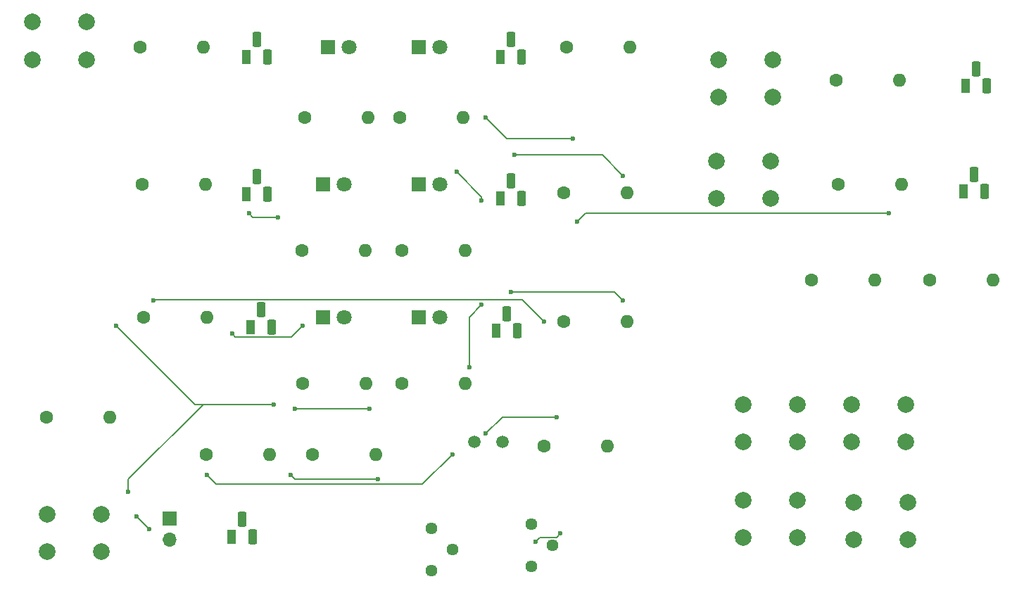
<source format=gbr>
%TF.GenerationSoftware,KiCad,Pcbnew,8.0.8*%
%TF.CreationDate,2025-07-02T05:08:29+01:00*%
%TF.ProjectId,Solder,536f6c64-6572-42e6-9b69-6361645f7063,rev?*%
%TF.SameCoordinates,Original*%
%TF.FileFunction,Copper,L2,Bot*%
%TF.FilePolarity,Positive*%
%FSLAX46Y46*%
G04 Gerber Fmt 4.6, Leading zero omitted, Abs format (unit mm)*
G04 Created by KiCad (PCBNEW 8.0.8) date 2025-07-02 05:08:29*
%MOMM*%
%LPD*%
G01*
G04 APERTURE LIST*
G04 Aperture macros list*
%AMRoundRect*
0 Rectangle with rounded corners*
0 $1 Rounding radius*
0 $2 $3 $4 $5 $6 $7 $8 $9 X,Y pos of 4 corners*
0 Add a 4 corners polygon primitive as box body*
4,1,4,$2,$3,$4,$5,$6,$7,$8,$9,$2,$3,0*
0 Add four circle primitives for the rounded corners*
1,1,$1+$1,$2,$3*
1,1,$1+$1,$4,$5*
1,1,$1+$1,$6,$7*
1,1,$1+$1,$8,$9*
0 Add four rect primitives between the rounded corners*
20,1,$1+$1,$2,$3,$4,$5,0*
20,1,$1+$1,$4,$5,$6,$7,0*
20,1,$1+$1,$6,$7,$8,$9,0*
20,1,$1+$1,$8,$9,$2,$3,0*%
G04 Aperture macros list end*
%TA.AperFunction,ComponentPad*%
%ADD10C,2.000000*%
%TD*%
%TA.AperFunction,ComponentPad*%
%ADD11C,1.440000*%
%TD*%
%TA.AperFunction,ComponentPad*%
%ADD12C,1.600000*%
%TD*%
%TA.AperFunction,ComponentPad*%
%ADD13O,1.600000X1.600000*%
%TD*%
%TA.AperFunction,ComponentPad*%
%ADD14C,1.500000*%
%TD*%
%TA.AperFunction,ComponentPad*%
%ADD15R,1.100000X1.800000*%
%TD*%
%TA.AperFunction,ComponentPad*%
%ADD16RoundRect,0.275000X-0.275000X-0.625000X0.275000X-0.625000X0.275000X0.625000X-0.275000X0.625000X0*%
%TD*%
%TA.AperFunction,ComponentPad*%
%ADD17R,1.700000X1.700000*%
%TD*%
%TA.AperFunction,ComponentPad*%
%ADD18O,1.700000X1.700000*%
%TD*%
%TA.AperFunction,ComponentPad*%
%ADD19R,1.800000X1.800000*%
%TD*%
%TA.AperFunction,ComponentPad*%
%ADD20C,1.800000*%
%TD*%
%TA.AperFunction,ViaPad*%
%ADD21C,0.600000*%
%TD*%
%TA.AperFunction,Conductor*%
%ADD22C,0.200000*%
%TD*%
G04 APERTURE END LIST*
D10*
%TO.P,SW8,1,1*%
%TO.N,unconnected-(SW8-Pad1)*%
X137750000Y-117250000D03*
X144250000Y-117250000D03*
%TO.P,SW8,2,2*%
%TO.N,unconnected-(SW8-Pad2)*%
X137750000Y-121750000D03*
X144250000Y-121750000D03*
%TD*%
%TO.P,SW7,1,1*%
%TO.N,unconnected-(SW7-Pad1)*%
X124500000Y-117000000D03*
X131000000Y-117000000D03*
%TO.P,SW7,2,2*%
%TO.N,unconnected-(SW7-Pad2)*%
X124500000Y-121500000D03*
X131000000Y-121500000D03*
%TD*%
%TO.P,SW6,1,1*%
%TO.N,unconnected-(SW6-Pad1)*%
X137500000Y-105500000D03*
X144000000Y-105500000D03*
%TO.P,SW6,2,2*%
%TO.N,unconnected-(SW6-Pad2)*%
X137500000Y-110000000D03*
X144000000Y-110000000D03*
%TD*%
%TO.P,SW5,1,1*%
%TO.N,unconnected-(SW5-Pad1)*%
X124500000Y-105500000D03*
X131000000Y-105500000D03*
%TO.P,SW5,2,2*%
%TO.N,unconnected-(SW5-Pad2)*%
X124500000Y-110000000D03*
X131000000Y-110000000D03*
%TD*%
%TO.P,SW4,1,1*%
%TO.N,+5V*%
X121250000Y-76250000D03*
X127750000Y-76250000D03*
%TO.P,SW4,2,2*%
%TO.N,Net-(R35-Pad1)*%
X121250000Y-80750000D03*
X127750000Y-80750000D03*
%TD*%
%TO.P,SW3,1,1*%
%TO.N,+5V*%
X121500000Y-64000000D03*
X128000000Y-64000000D03*
%TO.P,SW3,2,2*%
%TO.N,Net-(R34-Pad1)*%
X121500000Y-68500000D03*
X128000000Y-68500000D03*
%TD*%
%TO.P,SW2,1,1*%
%TO.N,+5V*%
X40750000Y-118750000D03*
X47250000Y-118750000D03*
%TO.P,SW2,2,2*%
%TO.N,Net-(R31-Pad1)*%
X40750000Y-123250000D03*
X47250000Y-123250000D03*
%TD*%
%TO.P,SW1,1,1*%
%TO.N,+5V*%
X39000000Y-59500000D03*
X45500000Y-59500000D03*
%TO.P,SW1,2,2*%
%TO.N,Net-(Q17-C)*%
X39000000Y-64000000D03*
X45500000Y-64000000D03*
%TD*%
D11*
%TO.P,RV2,1,1*%
%TO.N,GND*%
X99000000Y-125000000D03*
%TO.P,RV2,2,2*%
%TO.N,+5V*%
X101540000Y-122460000D03*
%TO.P,RV2,3,3*%
X99000000Y-119920000D03*
%TD*%
%TO.P,RV1,1,1*%
%TO.N,GND*%
X86960000Y-125540000D03*
%TO.P,RV1,2,2*%
%TO.N,+5V*%
X89500000Y-123000000D03*
%TO.P,RV1,3,3*%
X86960000Y-120460000D03*
%TD*%
D12*
%TO.P,R37,1*%
%TO.N,GND*%
X146880000Y-90500000D03*
D13*
%TO.P,R37,2*%
%TO.N,Net-(Q16-B)*%
X154500000Y-90500000D03*
%TD*%
D12*
%TO.P,R36,1*%
%TO.N,GND*%
X132690000Y-90500000D03*
D13*
%TO.P,R36,2*%
%TO.N,Net-(Q17-B)*%
X140310000Y-90500000D03*
%TD*%
D12*
%TO.P,R35,1*%
%TO.N,Net-(R35-Pad1)*%
X135880000Y-79000000D03*
D13*
%TO.P,R35,2*%
%TO.N,Net-(Q17-B)*%
X143500000Y-79000000D03*
%TD*%
D12*
%TO.P,R34,1*%
%TO.N,Net-(R34-Pad1)*%
X135690000Y-66500000D03*
D13*
%TO.P,R34,2*%
%TO.N,Net-(Q16-B)*%
X143310000Y-66500000D03*
%TD*%
D12*
%TO.P,R33,1*%
%TO.N,GND*%
X100500000Y-110500000D03*
D13*
%TO.P,R33,2*%
%TO.N,Net-(R31-Pad1)*%
X108120000Y-110500000D03*
%TD*%
D12*
%TO.P,R32,1*%
%TO.N,GND*%
X72690000Y-111500000D03*
D13*
%TO.P,R32,2*%
%TO.N,Net-(Q15-B)*%
X80310000Y-111500000D03*
%TD*%
D12*
%TO.P,R31,1*%
%TO.N,Net-(R31-Pad1)*%
X59880000Y-111500000D03*
D13*
%TO.P,R31,2*%
%TO.N,Net-(Q15-B)*%
X67500000Y-111500000D03*
%TD*%
D12*
%TO.P,R30,1*%
%TO.N,Net-(D12-A)*%
X83380000Y-103000000D03*
D13*
%TO.P,R30,2*%
%TO.N,+5V*%
X91000000Y-103000000D03*
%TD*%
D12*
%TO.P,R29,1*%
%TO.N,Net-(D11-A)*%
X71500000Y-103000000D03*
D13*
%TO.P,R29,2*%
%TO.N,+5V*%
X79120000Y-103000000D03*
%TD*%
D12*
%TO.P,R28,1*%
%TO.N,Net-(D10-A)*%
X83380000Y-87000000D03*
D13*
%TO.P,R28,2*%
%TO.N,+5V*%
X91000000Y-87000000D03*
%TD*%
D12*
%TO.P,R27,1*%
%TO.N,Net-(D9-A)*%
X71380000Y-87000000D03*
D13*
%TO.P,R27,2*%
%TO.N,+5V*%
X79000000Y-87000000D03*
%TD*%
D12*
%TO.P,R26,1*%
%TO.N,Net-(D8-A)*%
X83190000Y-71000000D03*
D13*
%TO.P,R26,2*%
%TO.N,+5V*%
X90810000Y-71000000D03*
%TD*%
D12*
%TO.P,R25,1*%
%TO.N,Net-(D7-A)*%
X71690000Y-71000000D03*
D13*
%TO.P,R25,2*%
%TO.N,+5V*%
X79310000Y-71000000D03*
%TD*%
D12*
%TO.P,R24,1*%
%TO.N,Net-(Q17-C)*%
X40690000Y-107000000D03*
D13*
%TO.P,R24,2*%
%TO.N,GND*%
X48310000Y-107000000D03*
%TD*%
D12*
%TO.P,R23,1*%
%TO.N,Net-(Q17-C)*%
X102880000Y-95500000D03*
D13*
%TO.P,R23,2*%
%TO.N,Net-(Q14-B)*%
X110500000Y-95500000D03*
%TD*%
D12*
%TO.P,R22,1*%
%TO.N,Net-(Q17-C)*%
X52380000Y-95000000D03*
D13*
%TO.P,R22,2*%
%TO.N,Net-(Q13-B)*%
X60000000Y-95000000D03*
%TD*%
D12*
%TO.P,R21,1*%
%TO.N,Net-(Q17-C)*%
X102880000Y-80000000D03*
D13*
%TO.P,R21,2*%
%TO.N,Net-(Q12-B)*%
X110500000Y-80000000D03*
%TD*%
D12*
%TO.P,R20,1*%
%TO.N,Net-(Q17-C)*%
X52190000Y-79000000D03*
D13*
%TO.P,R20,2*%
%TO.N,Net-(Q11-B)*%
X59810000Y-79000000D03*
%TD*%
D12*
%TO.P,R19,1*%
%TO.N,Net-(Q17-C)*%
X103190000Y-62500000D03*
D13*
%TO.P,R19,2*%
%TO.N,Net-(Q10-B)*%
X110810000Y-62500000D03*
%TD*%
D12*
%TO.P,R18,1*%
%TO.N,Net-(Q17-C)*%
X51880000Y-62500000D03*
D13*
%TO.P,R18,2*%
%TO.N,Net-(Q9-B)*%
X59500000Y-62500000D03*
%TD*%
D14*
%TO.P,R7,1*%
%TO.N,Net-(R31-Pad1)*%
X92100000Y-110000000D03*
%TO.P,R7,2*%
%TO.N,+5V*%
X95500000Y-110000000D03*
%TD*%
D15*
%TO.P,Q17,1,C*%
%TO.N,Net-(Q17-C)*%
X150960000Y-79900000D03*
D16*
%TO.P,Q17,2,B*%
%TO.N,Net-(Q17-B)*%
X152230000Y-77830000D03*
%TO.P,Q17,3,E*%
%TO.N,Net-(Q16-C)*%
X153500000Y-79900000D03*
%TD*%
D15*
%TO.P,Q16,1,C*%
%TO.N,Net-(Q16-C)*%
X151230000Y-67170000D03*
D16*
%TO.P,Q16,2,B*%
%TO.N,Net-(Q16-B)*%
X152500000Y-65100000D03*
%TO.P,Q16,3,E*%
%TO.N,GND*%
X153770000Y-67170000D03*
%TD*%
D15*
%TO.P,Q15,1,C*%
%TO.N,Net-(M1--)*%
X62960000Y-121400000D03*
D16*
%TO.P,Q15,2,B*%
%TO.N,Net-(Q15-B)*%
X64230000Y-119330000D03*
%TO.P,Q15,3,E*%
%TO.N,GND*%
X65500000Y-121400000D03*
%TD*%
D15*
%TO.P,Q14,1,C*%
%TO.N,Net-(D12-K)*%
X94730000Y-96670000D03*
D16*
%TO.P,Q14,2,B*%
%TO.N,Net-(Q14-B)*%
X96000000Y-94600000D03*
%TO.P,Q14,3,E*%
%TO.N,GND*%
X97270000Y-96670000D03*
%TD*%
D15*
%TO.P,Q13,1,C*%
%TO.N,Net-(D11-K)*%
X65230000Y-96170000D03*
D16*
%TO.P,Q13,2,B*%
%TO.N,Net-(Q13-B)*%
X66500000Y-94100000D03*
%TO.P,Q13,3,E*%
%TO.N,GND*%
X67770000Y-96170000D03*
%TD*%
D15*
%TO.P,Q12,1,C*%
%TO.N,Net-(D10-K)*%
X95230000Y-80670000D03*
D16*
%TO.P,Q12,2,B*%
%TO.N,Net-(Q12-B)*%
X96500000Y-78600000D03*
%TO.P,Q12,3,E*%
%TO.N,GND*%
X97770000Y-80670000D03*
%TD*%
D15*
%TO.P,Q11,1,C*%
%TO.N,Net-(D9-K)*%
X64730000Y-80170000D03*
D16*
%TO.P,Q11,2,B*%
%TO.N,Net-(Q11-B)*%
X66000000Y-78100000D03*
%TO.P,Q11,3,E*%
%TO.N,GND*%
X67270000Y-80170000D03*
%TD*%
D15*
%TO.P,Q10,1,C*%
%TO.N,Net-(D8-K)*%
X95230000Y-63670000D03*
D16*
%TO.P,Q10,2,B*%
%TO.N,Net-(Q10-B)*%
X96500000Y-61600000D03*
%TO.P,Q10,3,E*%
%TO.N,GND*%
X97770000Y-63670000D03*
%TD*%
D15*
%TO.P,Q9,1,C*%
%TO.N,Net-(D7-K)*%
X64730000Y-63670000D03*
D16*
%TO.P,Q9,2,B*%
%TO.N,Net-(Q9-B)*%
X66000000Y-61600000D03*
%TO.P,Q9,3,E*%
%TO.N,GND*%
X67270000Y-63670000D03*
%TD*%
D17*
%TO.P,M1,1,+*%
%TO.N,+5V*%
X55500000Y-119225000D03*
D18*
%TO.P,M1,2,-*%
%TO.N,Net-(M1--)*%
X55500000Y-121765000D03*
%TD*%
D19*
%TO.P,D12,1,K*%
%TO.N,Net-(D12-K)*%
X85460000Y-95000000D03*
D20*
%TO.P,D12,2,A*%
%TO.N,Net-(D12-A)*%
X88000000Y-95000000D03*
%TD*%
D19*
%TO.P,D11,1,K*%
%TO.N,Net-(D11-K)*%
X73960000Y-95000000D03*
D20*
%TO.P,D11,2,A*%
%TO.N,Net-(D11-A)*%
X76500000Y-95000000D03*
%TD*%
D19*
%TO.P,D10,1,K*%
%TO.N,Net-(D10-K)*%
X85460000Y-79000000D03*
D20*
%TO.P,D10,2,A*%
%TO.N,Net-(D10-A)*%
X88000000Y-79000000D03*
%TD*%
D19*
%TO.P,D9,1,K*%
%TO.N,Net-(D9-K)*%
X73960000Y-79000000D03*
D20*
%TO.P,D9,2,A*%
%TO.N,Net-(D9-A)*%
X76500000Y-79000000D03*
%TD*%
D19*
%TO.P,D8,1,K*%
%TO.N,Net-(D8-K)*%
X85460000Y-62500000D03*
D20*
%TO.P,D8,2,A*%
%TO.N,Net-(D8-A)*%
X88000000Y-62500000D03*
%TD*%
D19*
%TO.P,D7,1,K*%
%TO.N,Net-(D7-K)*%
X74500000Y-62500000D03*
D20*
%TO.P,D7,2,A*%
%TO.N,Net-(D7-A)*%
X77040000Y-62500000D03*
%TD*%
D21*
%TO.N,Net-(Q12-B)*%
X110000000Y-78000000D03*
X97000000Y-75500000D03*
%TO.N,Net-(D10-K)*%
X93000000Y-81000000D03*
X90000000Y-77500000D03*
%TO.N,Net-(D9-K)*%
X65000000Y-82500000D03*
X68500000Y-83000000D03*
%TO.N,+5V*%
X50500000Y-116000000D03*
X68000000Y-105500000D03*
X49000000Y-96000000D03*
%TO.N,Net-(D11-K)*%
X71500000Y-96000000D03*
X63000000Y-97000000D03*
%TO.N,+5V*%
X91500000Y-101000000D03*
X93000000Y-93500000D03*
X93500000Y-71000000D03*
X104000000Y-73500000D03*
%TO.N,Net-(Q17-C)*%
X142000000Y-82500000D03*
X104500000Y-83500000D03*
%TO.N,Net-(R31-Pad1)*%
X93500000Y-109000000D03*
X102000000Y-107000000D03*
%TO.N,Net-(Q17-C)*%
X100500000Y-95500000D03*
X53500000Y-93000000D03*
%TO.N,Net-(Q14-B)*%
X110000000Y-93000000D03*
X96500000Y-92000000D03*
%TO.N,+5V*%
X102500000Y-121000000D03*
X99500000Y-122000000D03*
%TO.N,Net-(R31-Pad1)*%
X89500000Y-111500000D03*
X60000000Y-114000000D03*
%TO.N,+5V*%
X70500000Y-106000000D03*
X79500000Y-106000000D03*
%TO.N,Net-(Q15-B)*%
X80500000Y-114500000D03*
X70000000Y-114000000D03*
%TO.N,+5V*%
X53000000Y-120500000D03*
X51500000Y-119000000D03*
%TD*%
D22*
%TO.N,Net-(Q12-B)*%
X107500000Y-75500000D02*
X110000000Y-78000000D01*
X97000000Y-75500000D02*
X107500000Y-75500000D01*
%TO.N,Net-(D10-K)*%
X93000000Y-80500000D02*
X93000000Y-81000000D01*
X90000000Y-77500000D02*
X93000000Y-80500000D01*
%TO.N,Net-(D9-K)*%
X68500000Y-83000000D02*
X65500000Y-83000000D01*
X65500000Y-83000000D02*
X65000000Y-82500000D01*
%TO.N,+5V*%
X50500000Y-114500000D02*
X50500000Y-116000000D01*
X59500000Y-105500000D02*
X50500000Y-114500000D01*
X58500000Y-105500000D02*
X59500000Y-105500000D01*
X59500000Y-105500000D02*
X68000000Y-105500000D01*
X49000000Y-96000000D02*
X58500000Y-105500000D01*
%TO.N,Net-(D11-K)*%
X63000000Y-97000000D02*
X63370000Y-97370000D01*
X70130000Y-97370000D02*
X71500000Y-96000000D01*
X63370000Y-97370000D02*
X70130000Y-97370000D01*
%TO.N,+5V*%
X91500000Y-95000000D02*
X91500000Y-101000000D01*
X93000000Y-93500000D02*
X91500000Y-95000000D01*
X96000000Y-73500000D02*
X93500000Y-71000000D01*
X104000000Y-73500000D02*
X96000000Y-73500000D01*
%TO.N,Net-(Q17-C)*%
X105500000Y-82500000D02*
X104500000Y-83500000D01*
X142000000Y-82500000D02*
X105500000Y-82500000D01*
%TO.N,Net-(R31-Pad1)*%
X95500000Y-107000000D02*
X93500000Y-109000000D01*
X102000000Y-107000000D02*
X95500000Y-107000000D01*
%TO.N,Net-(Q17-C)*%
X53600000Y-92900000D02*
X53500000Y-93000000D01*
X100500000Y-95500000D02*
X97900000Y-92900000D01*
X97900000Y-92900000D02*
X53600000Y-92900000D01*
%TO.N,Net-(Q14-B)*%
X109000000Y-92000000D02*
X110000000Y-93000000D01*
X96500000Y-92000000D02*
X109000000Y-92000000D01*
%TO.N,+5V*%
X100000000Y-121500000D02*
X102000000Y-121500000D01*
X102000000Y-121500000D02*
X102500000Y-121000000D01*
X99500000Y-122000000D02*
X100000000Y-121500000D01*
%TO.N,Net-(R31-Pad1)*%
X85900000Y-115100000D02*
X89500000Y-111500000D01*
X61100000Y-115100000D02*
X85900000Y-115100000D01*
X60000000Y-114000000D02*
X61100000Y-115100000D01*
%TO.N,+5V*%
X70500000Y-106000000D02*
X79500000Y-106000000D01*
%TO.N,Net-(Q15-B)*%
X70500000Y-114500000D02*
X80500000Y-114500000D01*
X70000000Y-114000000D02*
X70500000Y-114500000D01*
%TO.N,+5V*%
X51500000Y-119000000D02*
X53000000Y-120500000D01*
%TD*%
M02*

</source>
